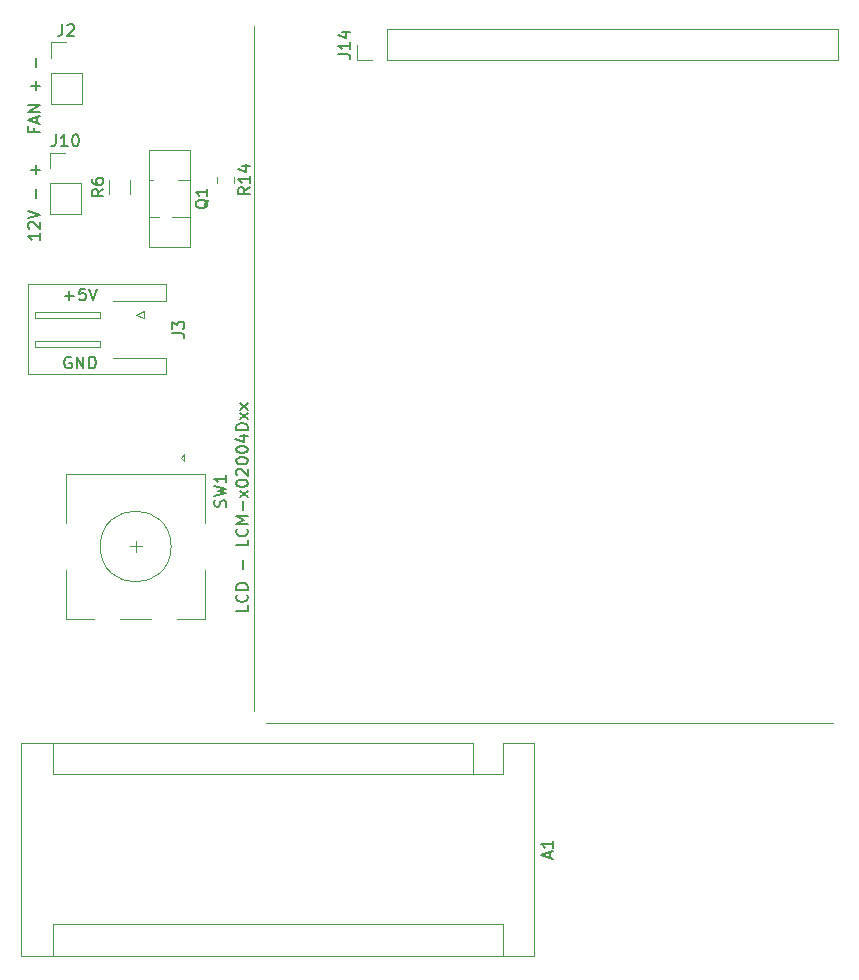
<source format=gto>
G04 #@! TF.GenerationSoftware,KiCad,Pcbnew,5.1.6+dfsg1-1~bpo9+1*
G04 #@! TF.CreationDate,2022-04-20T06:51:38+02:00*
G04 #@! TF.ProjectId,sdrtrx-arduino,73647274-7278-42d6-9172-6475696e6f2e,rev?*
G04 #@! TF.SameCoordinates,Original*
G04 #@! TF.FileFunction,Legend,Top*
G04 #@! TF.FilePolarity,Positive*
%FSLAX46Y46*%
G04 Gerber Fmt 4.6, Leading zero omitted, Abs format (unit mm)*
G04 Created by KiCad (PCBNEW 5.1.6+dfsg1-1~bpo9+1) date 2022-04-20 06:51:38*
%MOMM*%
%LPD*%
G01*
G04 APERTURE LIST*
%ADD10C,0.150000*%
%ADD11C,0.120000*%
%ADD12R,1.800000X1.800000*%
%ADD13O,2.100000X1.800000*%
%ADD14R,2.100000X2.100000*%
%ADD15C,2.100000*%
%ADD16R,2.100000X3.300000*%
%ADD17O,1.900000X1.900000*%
%ADD18R,1.900000X1.900000*%
%ADD19O,1.800000X1.800000*%
%ADD20C,3.600000*%
%ADD21O,1.700000X1.700000*%
%ADD22R,1.700000X1.700000*%
G04 APERTURE END LIST*
D10*
X119452380Y-70011904D02*
X119452380Y-70488095D01*
X118452380Y-70488095D01*
X119357142Y-69107142D02*
X119404761Y-69154761D01*
X119452380Y-69297619D01*
X119452380Y-69392857D01*
X119404761Y-69535714D01*
X119309523Y-69630952D01*
X119214285Y-69678571D01*
X119023809Y-69726190D01*
X118880952Y-69726190D01*
X118690476Y-69678571D01*
X118595238Y-69630952D01*
X118500000Y-69535714D01*
X118452380Y-69392857D01*
X118452380Y-69297619D01*
X118500000Y-69154761D01*
X118547619Y-69107142D01*
X119452380Y-68678571D02*
X118452380Y-68678571D01*
X118452380Y-68440476D01*
X118500000Y-68297619D01*
X118595238Y-68202380D01*
X118690476Y-68154761D01*
X118880952Y-68107142D01*
X119023809Y-68107142D01*
X119214285Y-68154761D01*
X119309523Y-68202380D01*
X119404761Y-68297619D01*
X119452380Y-68440476D01*
X119452380Y-68678571D01*
X119071428Y-66916666D02*
X119071428Y-66154761D01*
X119452380Y-64440476D02*
X119452380Y-64916666D01*
X118452380Y-64916666D01*
X119357142Y-63535714D02*
X119404761Y-63583333D01*
X119452380Y-63726190D01*
X119452380Y-63821428D01*
X119404761Y-63964285D01*
X119309523Y-64059523D01*
X119214285Y-64107142D01*
X119023809Y-64154761D01*
X118880952Y-64154761D01*
X118690476Y-64107142D01*
X118595238Y-64059523D01*
X118500000Y-63964285D01*
X118452380Y-63821428D01*
X118452380Y-63726190D01*
X118500000Y-63583333D01*
X118547619Y-63535714D01*
X119452380Y-63107142D02*
X118452380Y-63107142D01*
X119166666Y-62773809D01*
X118452380Y-62440476D01*
X119452380Y-62440476D01*
X119071428Y-61964285D02*
X119071428Y-61202380D01*
X119452380Y-60821428D02*
X118785714Y-60297619D01*
X118785714Y-60821428D02*
X119452380Y-60297619D01*
X118452380Y-59726190D02*
X118452380Y-59630952D01*
X118500000Y-59535714D01*
X118547619Y-59488095D01*
X118642857Y-59440476D01*
X118833333Y-59392857D01*
X119071428Y-59392857D01*
X119261904Y-59440476D01*
X119357142Y-59488095D01*
X119404761Y-59535714D01*
X119452380Y-59630952D01*
X119452380Y-59726190D01*
X119404761Y-59821428D01*
X119357142Y-59869047D01*
X119261904Y-59916666D01*
X119071428Y-59964285D01*
X118833333Y-59964285D01*
X118642857Y-59916666D01*
X118547619Y-59869047D01*
X118500000Y-59821428D01*
X118452380Y-59726190D01*
X118547619Y-59011904D02*
X118500000Y-58964285D01*
X118452380Y-58869047D01*
X118452380Y-58630952D01*
X118500000Y-58535714D01*
X118547619Y-58488095D01*
X118642857Y-58440476D01*
X118738095Y-58440476D01*
X118880952Y-58488095D01*
X119452380Y-59059523D01*
X119452380Y-58440476D01*
X118452380Y-57821428D02*
X118452380Y-57726190D01*
X118500000Y-57630952D01*
X118547619Y-57583333D01*
X118642857Y-57535714D01*
X118833333Y-57488095D01*
X119071428Y-57488095D01*
X119261904Y-57535714D01*
X119357142Y-57583333D01*
X119404761Y-57630952D01*
X119452380Y-57726190D01*
X119452380Y-57821428D01*
X119404761Y-57916666D01*
X119357142Y-57964285D01*
X119261904Y-58011904D01*
X119071428Y-58059523D01*
X118833333Y-58059523D01*
X118642857Y-58011904D01*
X118547619Y-57964285D01*
X118500000Y-57916666D01*
X118452380Y-57821428D01*
X118452380Y-56869047D02*
X118452380Y-56773809D01*
X118500000Y-56678571D01*
X118547619Y-56630952D01*
X118642857Y-56583333D01*
X118833333Y-56535714D01*
X119071428Y-56535714D01*
X119261904Y-56583333D01*
X119357142Y-56630952D01*
X119404761Y-56678571D01*
X119452380Y-56773809D01*
X119452380Y-56869047D01*
X119404761Y-56964285D01*
X119357142Y-57011904D01*
X119261904Y-57059523D01*
X119071428Y-57107142D01*
X118833333Y-57107142D01*
X118642857Y-57059523D01*
X118547619Y-57011904D01*
X118500000Y-56964285D01*
X118452380Y-56869047D01*
X118785714Y-55678571D02*
X119452380Y-55678571D01*
X118404761Y-55916666D02*
X119119047Y-56154761D01*
X119119047Y-55535714D01*
X119452380Y-55154761D02*
X118452380Y-55154761D01*
X118452380Y-54916666D01*
X118500000Y-54773809D01*
X118595238Y-54678571D01*
X118690476Y-54630952D01*
X118880952Y-54583333D01*
X119023809Y-54583333D01*
X119214285Y-54630952D01*
X119309523Y-54678571D01*
X119404761Y-54773809D01*
X119452380Y-54916666D01*
X119452380Y-55154761D01*
X119452380Y-54250000D02*
X118785714Y-53726190D01*
X118785714Y-54250000D02*
X119452380Y-53726190D01*
X119452380Y-53440476D02*
X118785714Y-52916666D01*
X118785714Y-53440476D02*
X119452380Y-52916666D01*
X103964285Y-43821428D02*
X104726190Y-43821428D01*
X104345238Y-44202380D02*
X104345238Y-43440476D01*
X105678571Y-43202380D02*
X105202380Y-43202380D01*
X105154761Y-43678571D01*
X105202380Y-43630952D01*
X105297619Y-43583333D01*
X105535714Y-43583333D01*
X105630952Y-43630952D01*
X105678571Y-43678571D01*
X105726190Y-43773809D01*
X105726190Y-44011904D01*
X105678571Y-44107142D01*
X105630952Y-44154761D01*
X105535714Y-44202380D01*
X105297619Y-44202380D01*
X105202380Y-44154761D01*
X105154761Y-44107142D01*
X106011904Y-43202380D02*
X106345238Y-44202380D01*
X106678571Y-43202380D01*
X104488095Y-49000000D02*
X104392857Y-48952380D01*
X104250000Y-48952380D01*
X104107142Y-49000000D01*
X104011904Y-49095238D01*
X103964285Y-49190476D01*
X103916666Y-49380952D01*
X103916666Y-49523809D01*
X103964285Y-49714285D01*
X104011904Y-49809523D01*
X104107142Y-49904761D01*
X104250000Y-49952380D01*
X104345238Y-49952380D01*
X104488095Y-49904761D01*
X104535714Y-49857142D01*
X104535714Y-49523809D01*
X104345238Y-49523809D01*
X104964285Y-49952380D02*
X104964285Y-48952380D01*
X105535714Y-49952380D01*
X105535714Y-48952380D01*
X106011904Y-49952380D02*
X106011904Y-48952380D01*
X106250000Y-48952380D01*
X106392857Y-49000000D01*
X106488095Y-49095238D01*
X106535714Y-49190476D01*
X106583333Y-49380952D01*
X106583333Y-49523809D01*
X106535714Y-49714285D01*
X106488095Y-49809523D01*
X106392857Y-49904761D01*
X106250000Y-49952380D01*
X106011904Y-49952380D01*
X101338071Y-29606523D02*
X101338071Y-29939857D01*
X101861880Y-29939857D02*
X100861880Y-29939857D01*
X100861880Y-29463666D01*
X101576166Y-29130333D02*
X101576166Y-28654142D01*
X101861880Y-29225571D02*
X100861880Y-28892238D01*
X101861880Y-28558904D01*
X101861880Y-28225571D02*
X100861880Y-28225571D01*
X101861880Y-27654142D01*
X100861880Y-27654142D01*
X101480928Y-26416047D02*
X101480928Y-25654142D01*
X101861880Y-26035095D02*
X101099976Y-26035095D01*
X101480928Y-24416047D02*
X101480928Y-23654142D01*
X101861880Y-38496547D02*
X101861880Y-39067976D01*
X101861880Y-38782261D02*
X100861880Y-38782261D01*
X101004738Y-38877500D01*
X101099976Y-38972738D01*
X101147595Y-39067976D01*
X100957119Y-38115595D02*
X100909500Y-38067976D01*
X100861880Y-37972738D01*
X100861880Y-37734642D01*
X100909500Y-37639404D01*
X100957119Y-37591785D01*
X101052357Y-37544166D01*
X101147595Y-37544166D01*
X101290452Y-37591785D01*
X101861880Y-38163214D01*
X101861880Y-37544166D01*
X100861880Y-37258452D02*
X101861880Y-36925119D01*
X100861880Y-36591785D01*
X101480928Y-35496547D02*
X101480928Y-34734642D01*
X101480928Y-33496547D02*
X101480928Y-32734642D01*
X101861880Y-33115595D02*
X101099976Y-33115595D01*
D11*
X121000000Y-80000000D02*
X169000000Y-80000000D01*
X120000000Y-21000000D02*
X120000000Y-79000000D01*
X107690000Y-35202064D02*
X107690000Y-33997936D01*
X109510000Y-35202064D02*
X109510000Y-33997936D01*
X110621500Y-45702500D02*
X110021500Y-45402500D01*
X110621500Y-45102500D02*
X110621500Y-45702500D01*
X110021500Y-45402500D02*
X110621500Y-45102500D01*
X106921500Y-48152500D02*
X106921500Y-47652500D01*
X101421500Y-48152500D02*
X106921500Y-48152500D01*
X101421500Y-47652500D02*
X101421500Y-48152500D01*
X106921500Y-47652500D02*
X101421500Y-47652500D01*
X106921500Y-45652500D02*
X106921500Y-45152500D01*
X101421500Y-45652500D02*
X106921500Y-45652500D01*
X101421500Y-45152500D02*
X101421500Y-45652500D01*
X106921500Y-45152500D02*
X101421500Y-45152500D01*
X112531500Y-49042500D02*
X108031500Y-49042500D01*
X112531500Y-50462500D02*
X112531500Y-49042500D01*
X100811500Y-50462500D02*
X112531500Y-50462500D01*
X100811500Y-46652500D02*
X100811500Y-50462500D01*
X112531500Y-44262500D02*
X108031500Y-44262500D01*
X112531500Y-42842500D02*
X112531500Y-44262500D01*
X100811500Y-42842500D02*
X112531500Y-42842500D01*
X100811500Y-46652500D02*
X100811500Y-42842500D01*
X109958500Y-64531000D02*
X109958500Y-65531000D01*
X110458500Y-65031000D02*
X109458500Y-65031000D01*
X106458500Y-71131000D02*
X104058500Y-71131000D01*
X111258500Y-71131000D02*
X108658500Y-71131000D01*
X115858500Y-71131000D02*
X113458500Y-71131000D01*
X114058500Y-57831000D02*
X113758500Y-57531000D01*
X114058500Y-57231000D02*
X114058500Y-57831000D01*
X113758500Y-57531000D02*
X114058500Y-57231000D01*
X115858500Y-58931000D02*
X104058500Y-58931000D01*
X115858500Y-63031000D02*
X115858500Y-58931000D01*
X104058500Y-63031000D02*
X104058500Y-58931000D01*
X104058500Y-71131000D02*
X104058500Y-67031000D01*
X115858500Y-67031000D02*
X115858500Y-71131000D01*
X112958500Y-65031000D02*
G75*
G03*
X112958500Y-65031000I-3000000J0D01*
G01*
X116828500Y-33713922D02*
X116828500Y-34231078D01*
X118248500Y-33713922D02*
X118248500Y-34231078D01*
X111918500Y-37161000D02*
X111088500Y-37161000D01*
X114578500Y-37161000D02*
X112998500Y-37161000D01*
X111408500Y-33960000D02*
X111088500Y-33960000D01*
X114578500Y-33960000D02*
X113508500Y-33960000D01*
X114578500Y-39680000D02*
X111088500Y-39680000D01*
X114578500Y-31440000D02*
X111088500Y-31440000D01*
X111088500Y-31440000D02*
X111088500Y-39680000D01*
X114578500Y-31440000D02*
X114578500Y-39680000D01*
X128670000Y-23870000D02*
X128670000Y-22540000D01*
X130000000Y-23870000D02*
X128670000Y-23870000D01*
X131270000Y-23870000D02*
X131270000Y-21210000D01*
X131270000Y-21210000D02*
X169430000Y-21210000D01*
X131270000Y-23870000D02*
X169430000Y-23870000D01*
X169430000Y-23870000D02*
X169430000Y-21210000D01*
X102683000Y-31690000D02*
X104013000Y-31690000D01*
X102683000Y-33020000D02*
X102683000Y-31690000D01*
X102683000Y-34290000D02*
X105343000Y-34290000D01*
X105343000Y-34290000D02*
X105343000Y-36890000D01*
X102683000Y-34290000D02*
X102683000Y-36890000D01*
X102683000Y-36890000D02*
X105343000Y-36890000D01*
X102746500Y-22355500D02*
X104076500Y-22355500D01*
X102746500Y-23685500D02*
X102746500Y-22355500D01*
X102746500Y-24955500D02*
X105406500Y-24955500D01*
X105406500Y-24955500D02*
X105406500Y-27555500D01*
X102746500Y-24955500D02*
X102746500Y-27555500D01*
X102746500Y-27555500D02*
X105406500Y-27555500D01*
X143703500Y-99698000D02*
X143703500Y-81658000D01*
X100263500Y-99698000D02*
X143703500Y-99698000D01*
X100263500Y-81658000D02*
X100263500Y-99698000D01*
X102933500Y-84328000D02*
X102933500Y-81658000D01*
X138493500Y-84328000D02*
X102933500Y-84328000D01*
X138493500Y-84328000D02*
X138493500Y-81658000D01*
X102933500Y-97028000D02*
X102933500Y-99698000D01*
X141033500Y-97028000D02*
X102933500Y-97028000D01*
X141033500Y-97028000D02*
X141033500Y-99698000D01*
X143703500Y-81658000D02*
X141033500Y-81658000D01*
X138493500Y-81658000D02*
X100263500Y-81658000D01*
X141033500Y-84328000D02*
X141033500Y-81658000D01*
X138493500Y-84328000D02*
X141033500Y-84328000D01*
D10*
X107232380Y-34766666D02*
X106756190Y-35100000D01*
X107232380Y-35338095D02*
X106232380Y-35338095D01*
X106232380Y-34957142D01*
X106280000Y-34861904D01*
X106327619Y-34814285D01*
X106422857Y-34766666D01*
X106565714Y-34766666D01*
X106660952Y-34814285D01*
X106708571Y-34861904D01*
X106756190Y-34957142D01*
X106756190Y-35338095D01*
X106232380Y-33909523D02*
X106232380Y-34100000D01*
X106280000Y-34195238D01*
X106327619Y-34242857D01*
X106470476Y-34338095D01*
X106660952Y-34385714D01*
X107041904Y-34385714D01*
X107137142Y-34338095D01*
X107184761Y-34290476D01*
X107232380Y-34195238D01*
X107232380Y-34004761D01*
X107184761Y-33909523D01*
X107137142Y-33861904D01*
X107041904Y-33814285D01*
X106803809Y-33814285D01*
X106708571Y-33861904D01*
X106660952Y-33909523D01*
X106613333Y-34004761D01*
X106613333Y-34195238D01*
X106660952Y-34290476D01*
X106708571Y-34338095D01*
X106803809Y-34385714D01*
X113073880Y-46985833D02*
X113788166Y-46985833D01*
X113931023Y-47033452D01*
X114026261Y-47128690D01*
X114073880Y-47271547D01*
X114073880Y-47366785D01*
X113073880Y-46604880D02*
X113073880Y-45985833D01*
X113454833Y-46319166D01*
X113454833Y-46176309D01*
X113502452Y-46081071D01*
X113550071Y-46033452D01*
X113645309Y-45985833D01*
X113883404Y-45985833D01*
X113978642Y-46033452D01*
X114026261Y-46081071D01*
X114073880Y-46176309D01*
X114073880Y-46462023D01*
X114026261Y-46557261D01*
X113978642Y-46604880D01*
X117563261Y-61664333D02*
X117610880Y-61521476D01*
X117610880Y-61283380D01*
X117563261Y-61188142D01*
X117515642Y-61140523D01*
X117420404Y-61092904D01*
X117325166Y-61092904D01*
X117229928Y-61140523D01*
X117182309Y-61188142D01*
X117134690Y-61283380D01*
X117087071Y-61473857D01*
X117039452Y-61569095D01*
X116991833Y-61616714D01*
X116896595Y-61664333D01*
X116801357Y-61664333D01*
X116706119Y-61616714D01*
X116658500Y-61569095D01*
X116610880Y-61473857D01*
X116610880Y-61235761D01*
X116658500Y-61092904D01*
X116610880Y-60759571D02*
X117610880Y-60521476D01*
X116896595Y-60331000D01*
X117610880Y-60140523D01*
X116610880Y-59902428D01*
X117610880Y-58997666D02*
X117610880Y-59569095D01*
X117610880Y-59283380D02*
X116610880Y-59283380D01*
X116753738Y-59378619D01*
X116848976Y-59473857D01*
X116896595Y-59569095D01*
X119640880Y-34615357D02*
X119164690Y-34948690D01*
X119640880Y-35186785D02*
X118640880Y-35186785D01*
X118640880Y-34805833D01*
X118688500Y-34710595D01*
X118736119Y-34662976D01*
X118831357Y-34615357D01*
X118974214Y-34615357D01*
X119069452Y-34662976D01*
X119117071Y-34710595D01*
X119164690Y-34805833D01*
X119164690Y-35186785D01*
X119640880Y-33662976D02*
X119640880Y-34234404D01*
X119640880Y-33948690D02*
X118640880Y-33948690D01*
X118783738Y-34043928D01*
X118878976Y-34139166D01*
X118926595Y-34234404D01*
X118974214Y-32805833D02*
X119640880Y-32805833D01*
X118593261Y-33043928D02*
X119307547Y-33282023D01*
X119307547Y-32662976D01*
X116126119Y-35655238D02*
X116078500Y-35750476D01*
X115983261Y-35845714D01*
X115840404Y-35988571D01*
X115792785Y-36083809D01*
X115792785Y-36179047D01*
X116030880Y-36131428D02*
X115983261Y-36226666D01*
X115888023Y-36321904D01*
X115697547Y-36369523D01*
X115364214Y-36369523D01*
X115173738Y-36321904D01*
X115078500Y-36226666D01*
X115030880Y-36131428D01*
X115030880Y-35940952D01*
X115078500Y-35845714D01*
X115173738Y-35750476D01*
X115364214Y-35702857D01*
X115697547Y-35702857D01*
X115888023Y-35750476D01*
X115983261Y-35845714D01*
X116030880Y-35940952D01*
X116030880Y-36131428D01*
X116030880Y-34750476D02*
X116030880Y-35321904D01*
X116030880Y-35036190D02*
X115030880Y-35036190D01*
X115173738Y-35131428D01*
X115268976Y-35226666D01*
X115316595Y-35321904D01*
X127122380Y-23349523D02*
X127836666Y-23349523D01*
X127979523Y-23397142D01*
X128074761Y-23492380D01*
X128122380Y-23635238D01*
X128122380Y-23730476D01*
X128122380Y-22349523D02*
X128122380Y-22920952D01*
X128122380Y-22635238D02*
X127122380Y-22635238D01*
X127265238Y-22730476D01*
X127360476Y-22825714D01*
X127408095Y-22920952D01*
X127455714Y-21492380D02*
X128122380Y-21492380D01*
X127074761Y-21730476D02*
X127789047Y-21968571D01*
X127789047Y-21349523D01*
X103203476Y-30142380D02*
X103203476Y-30856666D01*
X103155857Y-30999523D01*
X103060619Y-31094761D01*
X102917761Y-31142380D01*
X102822523Y-31142380D01*
X104203476Y-31142380D02*
X103632047Y-31142380D01*
X103917761Y-31142380D02*
X103917761Y-30142380D01*
X103822523Y-30285238D01*
X103727285Y-30380476D01*
X103632047Y-30428095D01*
X104822523Y-30142380D02*
X104917761Y-30142380D01*
X105013000Y-30190000D01*
X105060619Y-30237619D01*
X105108238Y-30332857D01*
X105155857Y-30523333D01*
X105155857Y-30761428D01*
X105108238Y-30951904D01*
X105060619Y-31047142D01*
X105013000Y-31094761D01*
X104917761Y-31142380D01*
X104822523Y-31142380D01*
X104727285Y-31094761D01*
X104679666Y-31047142D01*
X104632047Y-30951904D01*
X104584428Y-30761428D01*
X104584428Y-30523333D01*
X104632047Y-30332857D01*
X104679666Y-30237619D01*
X104727285Y-30190000D01*
X104822523Y-30142380D01*
X103743166Y-20807880D02*
X103743166Y-21522166D01*
X103695547Y-21665023D01*
X103600309Y-21760261D01*
X103457452Y-21807880D01*
X103362214Y-21807880D01*
X104171738Y-20903119D02*
X104219357Y-20855500D01*
X104314595Y-20807880D01*
X104552690Y-20807880D01*
X104647928Y-20855500D01*
X104695547Y-20903119D01*
X104743166Y-20998357D01*
X104743166Y-21093595D01*
X104695547Y-21236452D01*
X104124119Y-21807880D01*
X104743166Y-21807880D01*
X145010166Y-91392285D02*
X145010166Y-90916095D01*
X145295880Y-91487523D02*
X144295880Y-91154190D01*
X145295880Y-90820857D01*
X145295880Y-89963714D02*
X145295880Y-90535142D01*
X145295880Y-90249428D02*
X144295880Y-90249428D01*
X144438738Y-90344666D01*
X144533976Y-90439904D01*
X144581595Y-90535142D01*
%LPC*%
G36*
G01*
X109257456Y-33875000D02*
X107942544Y-33875000D01*
G75*
G02*
X107675000Y-33607456I0J267544D01*
G01*
X107675000Y-32617544D01*
G75*
G02*
X107942544Y-32350000I267544J0D01*
G01*
X109257456Y-32350000D01*
G75*
G02*
X109525000Y-32617544I0J-267544D01*
G01*
X109525000Y-33607456D01*
G75*
G02*
X109257456Y-33875000I-267544J0D01*
G01*
G37*
G36*
G01*
X109257456Y-36850000D02*
X107942544Y-36850000D01*
G75*
G02*
X107675000Y-36582456I0J267544D01*
G01*
X107675000Y-35592544D01*
G75*
G02*
X107942544Y-35325000I267544J0D01*
G01*
X109257456Y-35325000D01*
G75*
G02*
X109525000Y-35592544I0J-267544D01*
G01*
X109525000Y-36582456D01*
G75*
G02*
X109257456Y-36850000I-267544J0D01*
G01*
G37*
D12*
X124600000Y-70600000D03*
X128200000Y-72000000D03*
X129540000Y-93726000D03*
X109601000Y-94107000D03*
X137223500Y-93726000D03*
D13*
X108521500Y-47902500D03*
G36*
G01*
X107736206Y-44502500D02*
X109306794Y-44502500D01*
G75*
G02*
X109571500Y-44767206I0J-264706D01*
G01*
X109571500Y-46037794D01*
G75*
G02*
X109306794Y-46302500I-264706J0D01*
G01*
X107736206Y-46302500D01*
G75*
G02*
X107471500Y-46037794I0J264706D01*
G01*
X107471500Y-44767206D01*
G75*
G02*
X107736206Y-44502500I264706J0D01*
G01*
G37*
D12*
X109750000Y-86500000D03*
D14*
X112458500Y-57531000D03*
D15*
X109958500Y-57531000D03*
X107458500Y-57531000D03*
D16*
X115558500Y-65031000D03*
X104358500Y-65031000D03*
D15*
X112458500Y-72031000D03*
X107458500Y-72031000D03*
G36*
G01*
X117057250Y-34372500D02*
X118019750Y-34372500D01*
G75*
G02*
X118288500Y-34641250I0J-268750D01*
G01*
X118288500Y-35178750D01*
G75*
G02*
X118019750Y-35447500I-268750J0D01*
G01*
X117057250Y-35447500D01*
G75*
G02*
X116788500Y-35178750I0J268750D01*
G01*
X116788500Y-34641250D01*
G75*
G02*
X117057250Y-34372500I268750J0D01*
G01*
G37*
G36*
G01*
X117057250Y-32497500D02*
X118019750Y-32497500D01*
G75*
G02*
X118288500Y-32766250I0J-268750D01*
G01*
X118288500Y-33303750D01*
G75*
G02*
X118019750Y-33572500I-268750J0D01*
G01*
X117057250Y-33572500D01*
G75*
G02*
X116788500Y-33303750I0J268750D01*
G01*
X116788500Y-32766250D01*
G75*
G02*
X117057250Y-32497500I268750J0D01*
G01*
G37*
D17*
X112458500Y-38100000D03*
X112458500Y-35560000D03*
D18*
X112458500Y-33020000D03*
D19*
X168100000Y-22540000D03*
X165560000Y-22540000D03*
X163020000Y-22540000D03*
X160480000Y-22540000D03*
X157940000Y-22540000D03*
X155400000Y-22540000D03*
X152860000Y-22540000D03*
X150320000Y-22540000D03*
X147780000Y-22540000D03*
X145240000Y-22540000D03*
X142700000Y-22540000D03*
X140160000Y-22540000D03*
X137620000Y-22540000D03*
X135080000Y-22540000D03*
X132540000Y-22540000D03*
D12*
X130000000Y-22540000D03*
D19*
X104013000Y-35560000D03*
D12*
X104013000Y-33020000D03*
D19*
X104076500Y-26225500D03*
D12*
X104076500Y-23685500D03*
D20*
X155000000Y-97000000D03*
X122500000Y-22500000D03*
X122500000Y-77500000D03*
D21*
X104203500Y-98298000D03*
X104203500Y-83058000D03*
X139763500Y-98298000D03*
X106743500Y-83058000D03*
X137223500Y-98298000D03*
X109283500Y-83058000D03*
X134683500Y-98298000D03*
X111823500Y-83058000D03*
X132143500Y-98298000D03*
X114363500Y-83058000D03*
X129603500Y-98298000D03*
X116903500Y-83058000D03*
X127063500Y-98298000D03*
X119443500Y-83058000D03*
X124523500Y-98298000D03*
X121983500Y-83058000D03*
X121983500Y-98298000D03*
X124523500Y-83058000D03*
X119443500Y-98298000D03*
X127063500Y-83058000D03*
X116903500Y-98298000D03*
X129603500Y-83058000D03*
X114363500Y-98298000D03*
X132143500Y-83058000D03*
X111823500Y-98298000D03*
X134683500Y-83058000D03*
X109283500Y-98298000D03*
X137223500Y-83058000D03*
X106743500Y-98298000D03*
D22*
X139763500Y-83058000D03*
M02*

</source>
